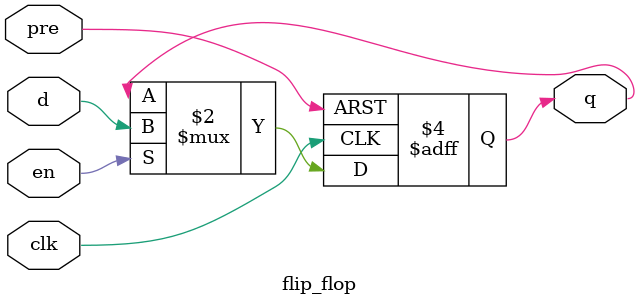
<source format=v>
`timescale 1ns / 1ps
module flip_flop(
    input d,
    input clk,
    input en,
    input pre,
    output reg q
    );

always @(posedge clk or posedge pre)
begin
if(pre) 
	q<=1'b1;
else if (en)
	q<=d;

end

endmodule


</source>
